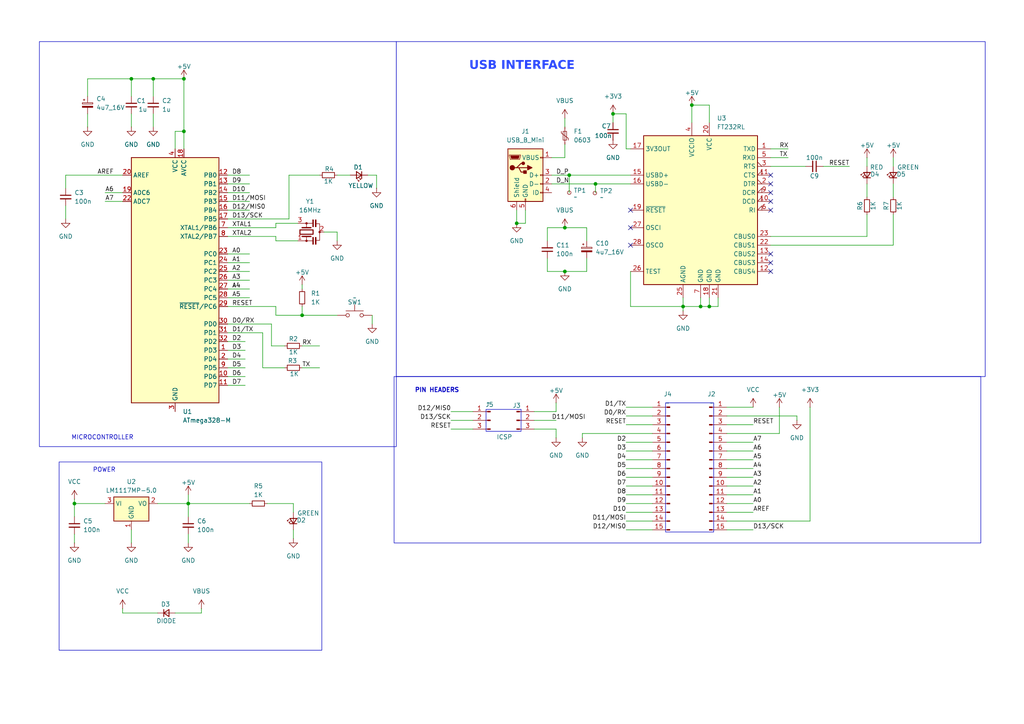
<source format=kicad_sch>
(kicad_sch (version 20231120) (generator "eeschema") (generator_version "8.0")
  (paper "A4")
  (title_block (title "Arduino Nano") (date "2025-02-09") (rev "1A") (company "amal"))
  (lib_symbols
    (symbol "Connector:Conn_01x03_Pin" (pin_names (offset 1.016) hide)
      (property "Reference" "J" (at 0 5.08 0))
      (property "Value" "Conn_01x03_Pin" (at 0 -5.08 0))
      (symbol "Conn_01x03_Pin_1_1"
        (polyline (pts (xy 1.27 -2.54) (xy 0.8636 -2.54)) (stroke (width 0.1524)))
        (polyline (pts (xy 1.27 0) (xy 0.8636 0)) (stroke (width 0.1524)))
        (polyline (pts (xy 1.27 2.54) (xy 0.8636 2.54)) (stroke (width 0.1524)))
        (rectangle (start 0.8636 -2.413) (end 0 -2.667) (stroke (width 0.1524)) (fill (type outline)))
        (rectangle (start 0.8636 0.127) (end 0 -0.127) (stroke (width 0.1524)) (fill (type outline)))
        (rectangle (start 0.8636 2.667) (end 0 2.413) (stroke (width 0.1524)) (fill (type outline)))
        (pin passive line (at 5.08 2.54 180) (length 3.81) (name "Pin_1") (number "1"))
        (pin passive line (at 5.08 0 180) (length 3.81) (name "Pin_2") (number "2"))
        (pin passive line (at 5.08 -2.54 180) (length 3.81) (name "Pin_3") (number "3"))
      )
    )
    (symbol "Connector:Conn_01x15_Pin" (pin_names (offset 1.016) hide)
      (property "Reference" "J" (at 0 20.32 0))
      (property "Value" "Conn_01x15_Pin" (at 0 -20.32 0))
      (symbol "Conn_01x15_Pin_1_1"
        (polyline (pts (xy 1.27 -17.78) (xy 0.8636 -17.78)) (stroke (width 0.1524)))
        (polyline (pts (xy 1.27 -15.24) (xy 0.8636 -15.24)) (stroke (width 0.1524)))
        (polyline (pts (xy 1.27 -12.7) (xy 0.8636 -12.7)) (stroke (width 0.1524)))
        (polyline (pts (xy 1.27 -10.16) (xy 0.8636 -10.16)) (stroke (width 0.1524)))
        (polyline (pts (xy 1.27 -7.62) (xy 0.8636 -7.62)) (stroke (width 0.1524)))
        (polyline (pts (xy 1.27 -5.08) (xy 0.8636 -5.08)) (stroke (width 0.1524)))
        (polyline (pts (xy 1.27 -2.54) (xy 0.8636 -2.54)) (stroke (width 0.1524)))
        (polyline (pts (xy 1.27 0) (xy 0.8636 0)) (stroke (width 0.1524)))
        (polyline (pts (xy 1.27 2.54) (xy 0.8636 2.54)) (stroke (width 0.1524)))
        (polyline (pts (xy 1.27 5.08) (xy 0.8636 5.08)) (stroke (width 0.1524)))
        (polyline (pts (xy 1.27 7.62) (xy 0.8636 7.62)) (stroke (width 0.1524)))
        (polyline (pts (xy 1.27 10.16) (xy 0.8636 10.16)) (stroke (width 0.1524)))
        (polyline (pts (xy 1.27 12.7) (xy 0.8636 12.7)) (stroke (width 0.1524)))
        (polyline (pts (xy 1.27 15.24) (xy 0.8636 15.24)) (stroke (width 0.1524)))
        (polyline (pts (xy 1.27 17.78) (xy 0.8636 17.78)) (stroke (width 0.1524)))
        (rectangle (start 0.8636 -17.653) (end 0 -17.907) (stroke (width 0.1524)) (fill (type outline)))
        (rectangle (start 0.8636 -15.113) (end 0 -15.367) (stroke (width 0.1524)) (fill (type outline)))
        (rectangle (start 0.8636 -12.573) (end 0 -12.827) (stroke (width 0.1524)) (fill (type outline)))
        (rectangle (start 0.8636 -10.033) (end 0 -10.287) (stroke (width 0.1524)) (fill (type outline)))
        (rectangle (start 0.8636 -7.493) (end 0 -7.747) (stroke (width 0.1524)) (fill (type outline)))
        (rectangle (start 0.8636 -4.953) (end 0 -5.207) (stroke (width 0.1524)) (fill (type outline)))
        (rectangle (start 0.8636 -2.413) (end 0 -2.667) (stroke (width 0.1524)) (fill (type outline)))
        (rectangle (start 0.8636 0.127) (end 0 -0.127) (stroke (width 0.1524)) (fill (type outline)))
        (rectangle (start 0.8636 2.667) (end 0 2.413) (stroke (width 0.1524)) (fill (type outline)))
        (rectangle (start 0.8636 5.207) (end 0 4.953) (stroke (width 0.1524)) (fill (type outline)))
        (rectangle (start 0.8636 7.747) (end 0 7.493) (stroke (width 0.1524)) (fill (type outline)))
        (rectangle (start 0.8636 10.287) (end 0 10.033) (stroke (width 0.1524)) (fill (type outline)))
        (rectangle (start 0.8636 12.827) (end 0 12.573) (stroke (width 0.1524)) (fill (type outline)))
        (rectangle (start 0.8636 15.367) (end 0 15.113) (stroke (width 0.1524)) (fill (type outline)))
        (rectangle (start 0.8636 17.907) (end 0 17.653) (stroke (width 0.1524)) (fill (type outline)))
        (pin passive line (at 5.08 17.78 180) (length 3.81) (name "Pin_1") (number "1"))
        (pin passive line (at 5.08 -5.08 180) (length 3.81) (name "Pin_10") (number "10"))
        (pin passive line (at 5.08 -7.62 180) (length 3.81) (name "Pin_11") (number "11"))
        (pin passive line (at 5.08 -10.16 180) (length 3.81) (name "Pin_12") (number "12"))
        (pin passive line (at 5.08 -12.7 180) (length 3.81) (name "Pin_13") (number "13"))
        (pin passive line (at 5.08 -15.24 180) (length 3.81) (name "Pin_14") (number "14"))
        (pin passive line (at 5.08 -17.78 180) (length 3.81) (name "Pin_15") (number "15"))
        (pin passive line (at 5.08 15.24 180) (length 3.81) (name "Pin_2") (number "2"))
        (pin passive line (at 5.08 12.7 180) (length 3.81) (name "Pin_3") (number "3"))
        (pin passive line (at 5.08 10.16 180) (length 3.81) (name "Pin_4") (number "4"))
        (pin passive line (at 5.08 7.62 180) (length 3.81) (name "Pin_5") (number "5"))
        (pin passive line (at 5.08 5.08 180) (length 3.81) (name "Pin_6") (number "6"))
        (pin passive line (at 5.08 2.54 180) (length 3.81) (name "Pin_7") (number "7"))
        (pin passive line (at 5.08 0 180) (length 3.81) (name "Pin_8") (number "8"))
        (pin passive line (at 5.08 -2.54 180) (length 3.81) (name "Pin_9") (number "9"))
      )
    )
    (symbol "Connector:TestPoint_Small" (pin_numbers hide) (pin_names (offset 0.762) hide)
      (property "Reference" "TP" (at 0 3.81 0))
      (property "Value" "TestPoint_Small" (at 0 2.032 0))
      (symbol "TestPoint_Small_0_1"
        (circle (center 0 0) (radius 0.508))
      )
      (symbol "TestPoint_Small_1_1"
        (pin passive line (at 0 0 90) (length 0) (name "1") (number "1"))
      )
    )
    (symbol "Connector:USB_B_Mini" (pin_names (offset 1.016))
      (property "Reference" "J" (at -5.08 11.43 0))
      (property "Value" "USB_B_Mini" (at -5.08 8.89 0))
      (symbol "USB_B_Mini_0_1"
        (rectangle (start -5.08 -7.62) (end 5.08 7.62) (stroke (width 0.254)) (fill (type background)))
        (circle (center -3.81 2.159) (radius 0.635) (stroke (width 0.254)) (fill (type outline)))
        (circle (center -0.635 3.429) (radius 0.381) (stroke (width 0.254)) (fill (type outline)))
        (rectangle (start -0.127 -7.62) (end 0.127 -6.858))
        (polyline (pts (xy -1.905 2.159) (xy 0.635 2.159)) (stroke (width 0.254)))
        (polyline (pts (xy -3.175 2.159) (xy -2.54 2.159) (xy -1.27 3.429) (xy -0.635 3.429)) (stroke (width 0.254)))
        (polyline (pts (xy -2.54 2.159) (xy -1.905 2.159) (xy -1.27 0.889) (xy 0 0.889)) (stroke (width 0.254)))
        (polyline (pts (xy 0.635 2.794) (xy 0.635 1.524) (xy 1.905 2.159) (xy 0.635 2.794)) (stroke (width 0.254)) (fill (type outline)))
        (polyline (pts (xy -4.318 5.588) (xy -1.778 5.588) (xy -2.032 4.826) (xy -4.064 4.826) (xy -4.318 5.588)) (fill (type outline)))
        (polyline (pts (xy -4.699 5.842) (xy -4.699 5.588) (xy -4.445 4.826) (xy -4.445 4.572) (xy -1.651 4.572) (xy -1.651 4.826) (xy -1.397 5.588) (xy -1.397 5.842) (xy -4.699 5.842)))
        (rectangle (start 0.254 1.27) (end -0.508 0.508) (stroke (width 0.254)) (fill (type outline)))
        (rectangle (start 5.08 -5.207) (end 4.318 -4.953))
        (rectangle (start 5.08 -2.667) (end 4.318 -2.413))
        (rectangle (start 5.08 -0.127) (end 4.318 0.127))
        (rectangle (start 5.08 4.953) (end 4.318 5.207))
      )
      (symbol "USB_B_Mini_1_1"
        (pin power_out line (at 7.62 5.08 180) (length 2.54) (name "VBUS") (number "1"))
        (pin bidirectional line (at 7.62 -2.54 180) (length 2.54) (name "D-") (number "2"))
        (pin bidirectional line (at 7.62 0 180) (length 2.54) (name "D+") (number "3"))
        (pin passive line (at 7.62 -5.08 180) (length 2.54) (name "ID") (number "4"))
        (pin power_out line (at 0 -10.16 90) (length 2.54) (name "GND") (number "5"))
        (pin passive line (at -2.54 -10.16 90) (length 2.54) (name "Shield") (number "6"))
      )
    )
    (symbol "Device:C_Polarized_Small" (pin_numbers hide) (pin_names (offset 0.254) hide)
      (property "Reference" "C" (at 0.254 1.778 0))
      (property "Value" "C_Polarized_Small" (at 0.254 -2.032 0))
      (symbol "C_Polarized_Small_0_1"
        (rectangle (start -1.524 -0.3048) (end 1.524 -0.6858) (fill (type outline)))
        (rectangle (start -1.524 0.6858) (end 1.524 0.3048))
        (polyline (pts (xy -1.27 1.524) (xy -0.762 1.524)))
        (polyline (pts (xy -1.016 1.27) (xy -1.016 1.778)))
      )
      (symbol "C_Polarized_Small_1_1"
        (pin passive line (at 0 2.54 270) (length 1.8542) (name "~") (number "1"))
        (pin passive line (at 0 -2.54 90) (length 1.8542) (name "~") (number "2"))
      )
    )
    (symbol "Device:C_Small" (pin_numbers hide) (pin_names (offset 0.254) hide)
      (property "Reference" "C" (at 0.254 1.778 0))
      (property "Value" "C_Small" (at 0.254 -2.032 0))
      (symbol "C_Small_0_1"
        (polyline (pts (xy -1.524 -0.508) (xy 1.524 -0.508)) (stroke (width 0.3302)))
        (polyline (pts (xy -1.524 0.508) (xy 1.524 0.508)) (stroke (width 0.3048)))
      )
      (symbol "C_Small_1_1"
        (pin passive line (at 0 2.54 270) (length 2.032) (name "~") (number "1"))
        (pin passive line (at 0 -2.54 90) (length 2.032) (name "~") (number "2"))
      )
    )
    (symbol "Device:D_Small" (pin_numbers hide) (pin_names (offset 0.254) hide)
      (property "Reference" "D" (at -1.27 2.032 0))
      (property "Value" "D_Small" (at -3.81 -2.032 0))
      (symbol "D_Small_0_1"
        (polyline (pts (xy -0.762 -1.016) (xy -0.762 1.016)) (stroke (width 0.254)))
        (polyline (pts (xy -0.762 0) (xy 0.762 0)))
        (polyline (pts (xy 0.762 -1.016) (xy -0.762 0) (xy 0.762 1.016) (xy 0.762 -1.016)) (stroke (width 0.254)))
      )
      (symbol "D_Small_1_1"
        (pin passive line (at -2.54 0 0) (length 1.778) (name "K") (number "1"))
        (pin passive line (at 2.54 0 180) (length 1.778) (name "A") (number "2"))
      )
    )
    (symbol "Device:LED_Small" (pin_numbers hide) (pin_names (offset 0.254) hide)
      (property "Reference" "D" (at -1.27 3.175 0))
      (property "Value" "LED_Small" (at -4.445 -2.54 0))
      (symbol "LED_Small_0_1"
        (polyline (pts (xy -0.762 -1.016) (xy -0.762 1.016)) (stroke (width 0.254)))
        (polyline (pts (xy 1.016 0) (xy -0.762 0)))
        (polyline (pts (xy 0.762 -1.016) (xy -0.762 0) (xy 0.762 1.016) (xy 0.762 -1.016)) (stroke (width 0.254)))
        (polyline (pts (xy 0 0.762) (xy -0.508 1.27) (xy -0.254 1.27) (xy -0.508 1.27) (xy -0.508 1.016)))
        (polyline (pts (xy 0.508 1.27) (xy 0 1.778) (xy 0.254 1.778) (xy 0 1.778) (xy 0 1.524)))
      )
      (symbol "LED_Small_1_1"
        (pin passive line (at -2.54 0 0) (length 1.778) (name "K") (number "1"))
        (pin passive line (at 2.54 0 180) (length 1.778) (name "A") (number "2"))
      )
    )
    (symbol "Device:Polyfuse_Small" (pin_numbers hide) (pin_names (offset 0))
      (property "Reference" "F" (at -1.905 0 90))
      (property "Value" "Polyfuse_Small" (at 1.905 0 90))
      (symbol "Polyfuse_Small_0_1"
        (rectangle (start -0.508 1.27) (end 0.508 -1.27))
        (polyline (pts (xy 0 2.54) (xy 0 -2.54)))
        (polyline (pts (xy -1.016 1.27) (xy -1.016 0.762) (xy 1.016 -0.762) (xy 1.016 -1.27)))
      )
      (symbol "Polyfuse_Small_1_1"
        (pin passive line (at 0 2.54 270) (length 0.635) (name "~") (number "1"))
        (pin passive line (at 0 -2.54 90) (length 0.635) (name "~") (number "2"))
      )
    )
    (symbol "Device:R_Small" (pin_numbers hide) (pin_names (offset 0.254) hide)
      (property "Reference" "R" (at 0.762 0.508 0))
      (property "Value" "R_Small" (at 0.762 -1.016 0))
      (symbol "R_Small_0_1"
        (rectangle (start -0.762 1.778) (end 0.762 -1.778) (stroke (width 0.2032)))
      )
      (symbol "R_Small_1_1"
        (pin passive line (at 0 2.54 270) (length 0.762) (name "~") (number "1"))
        (pin passive line (at 0 -2.54 90) (length 0.762) (name "~") (number "2"))
      )
    )
    (symbol "Device:Resonator_Small" (pin_names (offset 1.016) hide)
      (property "Reference" "Y" (at 3.175 1.905 0))
      (property "Value" "Resonator_Small" (at 3.175 0 0))
      (symbol "Resonator_Small_0_1"
        (rectangle (start -3.556 -2.54) (end -1.524 -2.794) (fill (type outline)))
        (rectangle (start -3.556 -1.778) (end -1.524 -2.032) (fill (type outline)))
        (circle (center -2.54 0) (radius 0.254) (fill (type outline)))
        (rectangle (start -0.635 1.905) (end 0.635 -1.905) (stroke (width 0.3048)))
        (circle (center 0 -3.81) (radius 0.254) (fill (type outline)))
        (polyline (pts (xy -2.54 -1.778) (xy -2.54 0)))
        (polyline (pts (xy -2.54 0) (xy -1.397 0)))
        (polyline (pts (xy -2.54 1.27) (xy -2.54 0)))
        (polyline (pts (xy -1.27 -1.27) (xy -1.27 1.27)) (stroke (width 0.381)))
        (polyline (pts (xy 1.27 -1.27) (xy 1.27 1.27)) (stroke (width 0.381)))
        (polyline (pts (xy 1.27 0) (xy 2.54 0)))
        (polyline (pts (xy 2.54 0) (xy 2.54 -1.778)))
        (polyline (pts (xy 2.54 1.27) (xy 2.54 0)))
        (polyline (pts (xy 2.413 -2.794) (xy 2.413 -3.81) (xy -2.413 -3.81) (xy -2.413 -2.667)))
        (rectangle (start 1.524 -2.54) (end 3.556 -2.794) (fill (type outline)))
        (rectangle (start 1.524 -1.778) (end 3.556 -2.032) (fill (type outline)))
        (circle (center 2.54 0) (radius 0.254) (fill (type outline)))
      )
      (symbol "Resonator_Small_1_1"
        (pin passive line (at -2.54 2.54 270) (length 1.27) (name "1") (number "1"))
        (pin passive line (at 0 -5.08 90) (length 1.27) (name "2") (number "2"))
        (pin passive line (at 2.54 2.54 270) (length 1.27) (name "3") (number "3"))
      )
    )
    (symbol "Interface_USB:FT232RL"
      (property "Reference" "U" (at -16.51 22.86 0))
      (property "Value" "FT232RL" (at 10.16 22.86 0))
      (symbol "FT232RL_0_1"
        (rectangle (start -16.51 21.59) (end 16.51 -21.59) (stroke (width 0.254)) (fill (type background)))
      )
      (symbol "FT232RL_1_1"
        (pin output line (at 20.32 17.78 180) (length 3.81) (name "TXD") (number "1"))
        (pin input input_low (at 20.32 2.54 180) (length 3.81) (name "DCD") (number "10"))
        (pin input input_low (at 20.32 10.16 180) (length 3.81) (name "CTS") (number "11"))
        (pin bidirectional line (at 20.32 -17.78 180) (length 3.81) (name "CBUS4") (number "12"))
        (pin bidirectional line (at 20.32 -12.7 180) (length 3.81) (name "CBUS2") (number "13"))
        (pin bidirectional line (at 20.32 -15.24 180) (length 3.81) (name "CBUS3") (number "14"))
        (pin bidirectional line (at -20.32 10.16 0) (length 3.81) (name "USBD+") (number "15"))
        (pin bidirectional line (at -20.32 7.62 0) (length 3.81) (name "USBD-") (number "16"))
        (pin power_out line (at -20.32 17.78 0) (length 3.81) (name "3V3OUT") (number "17"))
        (pin power_in line (at 2.54 -25.4 90) (length 3.81) (name "GND") (number "18"))
        (pin input line (at -20.32 0 0) (length 3.81) (name "~{RESET}") (number "19"))
        (pin output output_low (at 20.32 7.62 180) (length 3.81) (name "DTR") (number "2"))
        (pin power_in line (at 2.54 25.4 270) (length 3.81) (name "VCC") (number "20"))
        (pin power_in line (at 5.08 -25.4 90) (length 3.81) (name "GND") (number "21"))
        (pin bidirectional line (at 20.32 -10.16 180) (length 3.81) (name "CBUS1") (number "22"))
        (pin bidirectional line (at 20.32 -7.62 180) (length 3.81) (name "CBUS0") (number "23"))
        (pin power_in line (at -5.08 -25.4 90) (length 3.81) (name "AGND") (number "25"))
        (pin input line (at -20.32 -17.78 0) (length 3.81) (name "TEST") (number "26"))
        (pin input line (at -20.32 -5.08 0) (length 3.81) (name "OSCI") (number "27"))
        (pin output line (at -20.32 -10.16 0) (length 3.81) (name "OSCO") (number "28"))
        (pin output output_low (at 20.32 12.7 180) (length 3.81) (name "RTS") (number "3"))
        (pin power_in line (at -2.54 25.4 270) (length 3.81) (name "VCCIO") (number "4"))
        (pin input line (at 20.32 15.24 180) (length 3.81) (name "RXD") (number "5"))
        (pin input input_low (at 20.32 0 180) (length 3.81) (name "RI") (number "6"))
        (pin power_in line (at 0 -25.4 90) (length 3.81) (name "GND") (number "7"))
        (pin input input_low (at 20.32 5.08 180) (length 3.81) (name "DCR") (number "9"))
      )
    )
    (symbol "MCU_Microchip_ATmega:ATmega328-M"
      (property "Reference" "U" (at -12.7 36.83 0))
      (property "Value" "ATmega328-M" (at 2.54 -36.83 0))
      (symbol "ATmega328-M_0_1"
        (rectangle (start -12.7 -35.56) (end 12.7 35.56) (stroke (width 0.254)) (fill (type background)))
      )
      (symbol "ATmega328-M_1_1"
        (pin bidirectional line (at 15.24 -20.32 180) (length 2.54) (name "PD3") (number "1"))
        (pin bidirectional line (at 15.24 -27.94 180) (length 2.54) (name "PD6") (number "10"))
        (pin bidirectional line (at 15.24 -30.48 180) (length 2.54) (name "PD7") (number "11"))
        (pin bidirectional line (at 15.24 30.48 180) (length 2.54) (name "PB0") (number "12"))
        (pin bidirectional line (at 15.24 27.94 180) (length 2.54) (name "PB1") (number "13"))
        (pin bidirectional line (at 15.24 25.4 180) (length 2.54) (name "PB2") (number "14"))
        (pin bidirectional line (at 15.24 22.86 180) (length 2.54) (name "PB3") (number "15"))
        (pin bidirectional line (at 15.24 20.32 180) (length 2.54) (name "PB4") (number "16"))
        (pin bidirectional line (at 15.24 17.78 180) (length 2.54) (name "PB5") (number "17"))
        (pin power_in line (at 2.54 38.1 270) (length 2.54) (name "AVCC") (number "18"))
        (pin input line (at -15.24 25.4 0) (length 2.54) (name "ADC6") (number "19"))
        (pin bidirectional line (at 15.24 -22.86 180) (length 2.54) (name "PD4") (number "2"))
        (pin passive line (at -15.24 30.48 0) (length 2.54) (name "AREF") (number "20"))
        (pin passive line (at 0 -38.1 90) (length 2.54) hide (name "GND") (number "21"))
        (pin input line (at -15.24 22.86 0) (length 2.54) (name "ADC7") (number "22"))
        (pin bidirectional line (at 15.24 7.62 180) (length 2.54) (name "PC0") (number "23"))
        (pin bidirectional line (at 15.24 5.08 180) (length 2.54) (name "PC1") (number "24"))
        (pin bidirectional line (at 15.24 2.54 180) (length 2.54) (name "PC2") (number "25"))
        (pin bidirectional line (at 15.24 0 180) (length 2.54) (name "PC3") (number "26"))
        (pin bidirectional line (at 15.24 -2.54 180) (length 2.54) (name "PC4") (number "27"))
        (pin bidirectional line (at 15.24 -5.08 180) (length 2.54) (name "PC5") (number "28"))
        (pin bidirectional line (at 15.24 -7.62 180) (length 2.54) (name "~{RESET}/PC6") (number "29"))
        (pin power_in line (at 0 -38.1 90) (length 2.54) (name "GND") (number "3"))
        (pin bidirectional line (at 15.24 -12.7 180) (length 2.54) (name "PD0") (number "30"))
        (pin bidirectional line (at 15.24 -15.24 180) (length 2.54) (name "PD1") (number "31"))
        (pin bidirectional line (at 15.24 -17.78 180) (length 2.54) (name "PD2") (number "32"))
        (pin passive line (at 0 -38.1 90) (length 2.54) hide (name "GND") (number "33"))
        (pin power_in line (at 0 38.1 270) (length 2.54) (name "VCC") (number "4"))
        (pin passive line (at 0 -38.1 90) (length 2.54) hide (name "GND") (number "5"))
        (pin passive line (at 0 38.1 270) (length 2.54) hide (name "VCC") (number "6"))
        (pin bidirectional line (at 15.24 15.24 180) (length 2.54) (name "XTAL1/PB6") (number "7"))
        (pin bidirectional line (at 15.24 12.7 180) (length 2.54) (name "XTAL2/PB7") (number "8"))
        (pin bidirectional line (at 15.24 -25.4 180) (length 2.54) (name "PD5") (number "9"))
      )
    )
    (symbol "Regulator_Linear:LM1117MP-5.0"
      (property "Reference" "U" (at -3.81 3.175 0))
      (property "Value" "LM1117MP-5.0" (at 0 3.175 0))
      (symbol "LM1117MP-5.0_0_1"
        (rectangle (start -5.08 -5.08) (end 5.08 1.905) (stroke (width 0.254)) (fill (type background)))
      )
      (symbol "LM1117MP-5.0_1_1"
        (pin power_in line (at 0 -7.62 90) (length 2.54) (name "GND") (number "1"))
        (pin power_out line (at 7.62 0 180) (length 2.54) (name "VO") (number "2"))
        (pin power_in line (at -7.62 0 0) (length 2.54) (name "VI") (number "3"))
      )
    )
    (symbol "Switch:SW_Push" (pin_numbers hide) (pin_names (offset 1.016) hide)
      (property "Reference" "SW" (at 1.27 2.54 0))
      (property "Value" "SW_Push" (at 0 -1.524 0))
      (symbol "SW_Push_0_1"
        (circle (center -2.032 0) (radius 0.508))
        (polyline (pts (xy 0 1.27) (xy 0 3.048)))
        (polyline (pts (xy 2.54 1.27) (xy -2.54 1.27)))
        (circle (center 2.032 0) (radius 0.508))
        (pin passive line (at -5.08 0 0) (length 2.54) (name "1") (number "1"))
        (pin passive line (at 5.08 0 180) (length 2.54) (name "2") (number "2"))
      )
    )
    (symbol "power:+3V3" (power) (pin_numbers hide) (pin_names (offset 0) hide)
      (property "Value" "+3V3" (at 0 3.556 0))
      (symbol "+3V3_0_1"
        (polyline (pts (xy -0.762 1.27) (xy 0 2.54)))
        (polyline (pts (xy 0 0) (xy 0 2.54)))
        (polyline (pts (xy 0 2.54) (xy 0.762 1.27)))
      )
      (symbol "+3V3_1_1"
        (pin power_in line (at 0 0 90) (length 0) (name "~") (number "1"))
      )
    )
    (symbol "power:+5V" (power) (pin_numbers hide) (pin_names (offset 0) hide)
      (property "Value" "+5V" (at 0 3.556 0))
      (symbol "+5V_0_1"
        (polyline (pts (xy -0.762 1.27) (xy 0 2.54)))
        (polyline (pts (xy 0 0) (xy 0 2.54)))
        (polyline (pts (xy 0 2.54) (xy 0.762 1.27)))
      )
      (symbol "+5V_1_1"
        (pin power_in line (at 0 0 90) (length 0) (name "~") (number "1"))
      )
    )
    (symbol "power:GND" (power) (pin_numbers hide) (pin_names (offset 0) hide)
      (property "Value" "GND" (at 0 -3.81 0))
      (symbol "GND_0_1"
        (polyline (pts (xy 0 0) (xy 0 -1.27) (xy 1.27 -1.27) (xy 0 -2.54) (xy -1.27 -1.27) (xy 0 -1.27)))
      )
      (symbol "GND_1_1"
        (pin power_in line (at 0 0 270) (length 0) (name "~") (number "1"))
      )
    )
    (symbol "power:VBUS" (power) (pin_numbers hide) (pin_names (offset 0) hide)
      (property "Value" "VBUS" (at 0 3.556 0))
      (symbol "VBUS_0_1"
        (polyline (pts (xy -0.762 1.27) (xy 0 2.54)))
        (polyline (pts (xy 0 0) (xy 0 2.54)))
        (polyline (pts (xy 0 2.54) (xy 0.762 1.27)))
      )
      (symbol "VBUS_1_1"
        (pin power_in line (at 0 0 90) (length 0) (name "~") (number "1"))
      )
    )
    (symbol "power:VCC" (power) (pin_numbers hide) (pin_names (offset 0) hide)
      (property "Value" "VCC" (at 0 3.556 0))
      (symbol "VCC_0_1"
        (polyline (pts (xy -0.762 1.27) (xy 0 2.54)))
        (polyline (pts (xy 0 0) (xy 0 2.54)))
        (polyline (pts (xy 0 2.54) (xy 0.762 1.27)))
      )
      (symbol "VCC_1_1"
        (pin power_in line (at 0 0 90) (length 0) (name "~") (number "1"))
      )
    )
  )
  (junction (at 53.34 38.1))
  (junction (at 54.61 146.05))
  (junction (at 163.83 78.74))
  (junction (at 205.74 88.9))
  (junction (at 172.72 53.34))
  (junction (at 198.12 88.9))
  (junction (at 177.8 33.02))
  (junction (at 44.45 22.86))
  (junction (at 21.59 146.05))
  (junction (at 53.34 22.86))
  (junction (at 163.83 66.04))
  (junction (at 165.1 50.8))
  (junction (at 87.63 91.44))
  (junction (at 200.66 30.48))
  (junction (at 149.86 64.77))
  (junction (at 203.2 88.9))
  (junction (at 38.1 22.86))
  (no_connect (at 182.88 66.04))
  (no_connect (at 223.52 50.8))
  (no_connect (at 223.52 73.66))
  (no_connect (at 182.88 60.96))
  (no_connect (at 223.52 60.96))
  (no_connect (at 223.52 58.42))
  (no_connect (at 223.52 76.2))
  (no_connect (at 223.52 55.88))
  (no_connect (at 223.52 53.34))
  (no_connect (at 182.88 71.12))
  (no_connect (at 223.52 78.74))
  (wire (pts (xy 21.59 146.05) (xy 30.48 146.05)))
  (wire (pts (xy 54.61 154.94) (xy 54.61 157.48)))
  (wire (pts (xy 87.63 91.44) (xy 97.79 91.44)))
  (wire (pts (xy 77.47 146.05) (xy 85.09 146.05)))
  (wire (pts (xy 54.61 143.51) (xy 54.61 146.05)))
  (wire (pts (xy 21.59 146.05) (xy 21.59 149.86)))
  (wire (pts (xy 181.61 130.81) (xy 189.23 130.81)))
  (wire (pts (xy 53.34 38.1) (xy 53.34 22.86)))
  (wire (pts (xy 259.08 45.72) (xy 259.08 48.26)))
  (wire (pts (xy 177.8 33.02) (xy 177.8 35.56)))
  (wire (pts (xy 158.75 66.04) (xy 158.75 69.85)))
  (wire (pts (xy 182.88 78.74) (xy 182.88 88.9)))
  (wire (pts (xy 181.61 151.13) (xy 189.23 151.13)))
  (wire (pts (xy 66.04 78.74) (xy 72.39 78.74)))
  (wire (pts (xy 149.86 64.77) (xy 152.4 64.77)))
  (wire (pts (xy 19.05 54.61) (xy 19.05 50.8)))
  (wire (pts (xy 210.82 118.11) (xy 218.44 118.11)))
  (wire (pts (xy 85.09 153.67) (xy 85.09 156.21)))
  (wire (pts (xy 66.04 106.68) (xy 71.12 106.68)))
  (wire (pts (xy 210.82 138.43) (xy 218.44 138.43)))
  (wire (pts (xy 66.04 66.04) (xy 80.01 66.04)))
  (wire (pts (xy 181.61 143.51) (xy 189.23 143.51)))
  (wire (pts (xy 66.04 83.82) (xy 72.39 83.82)))
  (wire (pts (xy 210.82 151.13) (xy 234.95 151.13)))
  (wire (pts (xy 210.82 123.19) (xy 218.44 123.19)))
  (wire (pts (xy 210.82 135.89) (xy 218.44 135.89)))
  (wire (pts (xy 25.4 33.02) (xy 25.4 36.83)))
  (wire (pts (xy 25.4 22.86) (xy 25.4 27.94)))
  (wire (pts (xy 210.82 128.27) (xy 218.44 128.27)))
  (wire (pts (xy 66.04 93.98) (xy 78.74 93.98)))
  (wire (pts (xy 163.83 78.74) (xy 170.18 78.74)))
  (wire (pts (xy 80.01 69.85) (xy 86.36 69.85)))
  (wire (pts (xy 210.82 130.81) (xy 218.44 130.81)))
  (wire (pts (xy 19.05 59.69) (xy 19.05 63.5)))
  (wire (pts (xy 205.74 86.36) (xy 205.74 88.9)))
  (wire (pts (xy 231.14 120.65) (xy 231.14 121.92)))
  (wire (pts (xy 181.61 43.18) (xy 181.61 33.02)))
  (wire (pts (xy 78.74 93.98) (xy 78.74 100.33)))
  (wire (pts (xy 223.52 71.12) (xy 259.08 71.12)))
  (wire (pts (xy 50.8 43.18) (xy 50.8 38.1)))
  (wire (pts (xy 210.82 125.73) (xy 226.06 125.73)))
  (wire (pts (xy 251.46 53.34) (xy 251.46 57.15)))
  (wire (pts (xy 182.88 88.9) (xy 198.12 88.9)))
  (wire (pts (xy 87.63 82.55) (xy 87.63 83.82)))
  (wire (pts (xy 83.82 63.5) (xy 83.82 50.8)))
  (wire (pts (xy 44.45 33.02) (xy 44.45 36.83)))
  (wire (pts (xy 38.1 22.86) (xy 38.1 27.94)))
  (wire (pts (xy 97.79 67.31) (xy 97.79 69.85)))
  (wire (pts (xy 165.1 50.8) (xy 182.88 50.8)))
  (wire (pts (xy 66.04 111.76) (xy 71.12 111.76)))
  (wire (pts (xy 66.04 50.8) (xy 72.39 50.8)))
  (wire (pts (xy 181.61 135.89) (xy 189.23 135.89)))
  (wire (pts (xy 181.61 118.11) (xy 189.23 118.11)))
  (wire (pts (xy 181.61 133.35) (xy 189.23 133.35)))
  (wire (pts (xy 66.04 58.42) (xy 72.39 58.42)))
  (wire (pts (xy 66.04 99.06) (xy 71.12 99.06)))
  (wire (pts (xy 149.86 60.96) (xy 149.86 64.77)))
  (wire (pts (xy 210.82 153.67) (xy 218.44 153.67)))
  (wire (pts (xy 198.12 88.9) (xy 198.12 90.17)))
  (wire (pts (xy 66.04 104.14) (xy 71.12 104.14)))
  (wire (pts (xy 66.04 88.9) (xy 80.01 88.9)))
  (wire (pts (xy 66.04 55.88) (xy 72.39 55.88)))
  (wire (pts (xy 76.2 106.68) (xy 82.55 106.68)))
  (wire (pts (xy 87.63 106.68) (xy 92.71 106.68)))
  (wire (pts (xy 181.61 153.67) (xy 189.23 153.67)))
  (wire (pts (xy 210.82 146.05) (xy 218.44 146.05)))
  (wire (pts (xy 160.02 45.72) (xy 163.83 45.72)))
  (wire (pts (xy 208.28 86.36) (xy 208.28 88.9)))
  (wire (pts (xy 160.02 50.8) (xy 165.1 50.8)))
  (wire (pts (xy 45.72 146.05) (xy 54.61 146.05)))
  (wire (pts (xy 210.82 143.51) (xy 218.44 143.51)))
  (wire (pts (xy 80.01 88.9) (xy 80.01 91.44)))
  (wire (pts (xy 181.61 146.05) (xy 189.23 146.05)))
  (wire (pts (xy 152.4 64.77) (xy 152.4 60.96)))
  (wire (pts (xy 259.08 53.34) (xy 259.08 57.15)))
  (wire (pts (xy 21.59 154.94) (xy 21.59 157.48)))
  (wire (pts (xy 66.04 76.2) (xy 72.39 76.2)))
  (wire (pts (xy 35.56 177.8) (xy 45.72 177.8)))
  (wire (pts (xy 181.61 120.65) (xy 189.23 120.65)))
  (wire (pts (xy 165.1 50.8) (xy 165.1 55.88)))
  (wire (pts (xy 170.18 66.04) (xy 163.83 66.04)))
  (wire (pts (xy 246.38 48.26) (xy 238.76 48.26)))
  (wire (pts (xy 163.83 34.29) (xy 163.83 36.83)))
  (wire (pts (xy 21.59 144.78) (xy 21.59 146.05)))
  (wire (pts (xy 251.46 62.23) (xy 251.46 68.58)))
  (wire (pts (xy 53.34 43.18) (xy 53.34 38.1)))
  (wire (pts (xy 87.63 88.9) (xy 87.63 91.44)))
  (wire (pts (xy 80.01 68.58) (xy 80.01 69.85)))
  (wire (pts (xy 38.1 22.86) (xy 25.4 22.86)))
  (wire (pts (xy 130.81 119.38) (xy 137.16 119.38)))
  (wire (pts (xy 170.18 78.74) (xy 170.18 74.93)))
  (wire (pts (xy 66.04 63.5) (xy 83.82 63.5)))
  (wire (pts (xy 182.88 43.18) (xy 181.61 43.18)))
  (wire (pts (xy 203.2 86.36) (xy 203.2 88.9)))
  (wire (pts (xy 19.05 50.8) (xy 35.56 50.8)))
  (wire (pts (xy 181.61 128.27) (xy 189.23 128.27)))
  (wire (pts (xy 78.74 100.33) (xy 82.55 100.33)))
  (wire (pts (xy 130.81 121.92) (xy 137.16 121.92)))
  (wire (pts (xy 85.09 146.05) (xy 85.09 148.59)))
  (wire (pts (xy 87.63 100.33) (xy 92.71 100.33)))
  (wire (pts (xy 181.61 123.19) (xy 189.23 123.19)))
  (wire (pts (xy 170.18 69.85) (xy 170.18 66.04)))
  (wire (pts (xy 35.56 176.53) (xy 35.56 177.8)))
  (wire (pts (xy 251.46 45.72) (xy 251.46 48.26)))
  (wire (pts (xy 208.28 88.9) (xy 205.74 88.9)))
  (wire (pts (xy 160.02 53.34) (xy 172.72 53.34)))
  (wire (pts (xy 168.91 125.73) (xy 168.91 127)))
  (wire (pts (xy 259.08 62.23) (xy 259.08 71.12)))
  (wire (pts (xy 30.48 55.88) (xy 35.56 55.88)))
  (wire (pts (xy 161.29 119.38) (xy 161.29 116.84)))
  (wire (pts (xy 181.61 33.02) (xy 177.8 33.02)))
  (wire (pts (xy 66.04 73.66) (xy 72.39 73.66)))
  (wire (pts (xy 154.94 124.46) (xy 161.29 124.46)))
  (wire (pts (xy 66.04 86.36) (xy 72.39 86.36)))
  (wire (pts (xy 66.04 101.6) (xy 71.12 101.6)))
  (wire (pts (xy 163.83 66.04) (xy 158.75 66.04)))
  (wire (pts (xy 181.61 148.59) (xy 189.23 148.59)))
  (wire (pts (xy 66.04 109.22) (xy 71.12 109.22)))
  (wire (pts (xy 66.04 68.58) (xy 80.01 68.58)))
  (wire (pts (xy 172.72 53.34) (xy 182.88 53.34)))
  (wire (pts (xy 76.2 96.52) (xy 76.2 106.68)))
  (wire (pts (xy 72.39 146.05) (xy 54.61 146.05)))
  (wire (pts (xy 158.75 78.74) (xy 163.83 78.74)))
  (wire (pts (xy 210.82 120.65) (xy 231.14 120.65)))
  (wire (pts (xy 106.68 50.8) (xy 109.22 50.8)))
  (wire (pts (xy 80.01 66.04) (xy 80.01 64.77)))
  (wire (pts (xy 200.66 35.56) (xy 200.66 30.48)))
  (wire (pts (xy 38.1 153.67) (xy 38.1 157.48)))
  (wire (pts (xy 172.72 53.34) (xy 172.72 55.88)))
  (wire (pts (xy 223.52 43.18) (xy 228.6 43.18)))
  (wire (pts (xy 80.01 91.44) (xy 87.63 91.44)))
  (wire (pts (xy 154.94 121.92) (xy 161.29 121.92)))
  (wire (pts (xy 130.81 124.46) (xy 137.16 124.46)))
  (wire (pts (xy 44.45 22.86) (xy 44.45 27.94)))
  (wire (pts (xy 205.74 30.48) (xy 205.74 35.56)))
  (wire (pts (xy 50.8 177.8) (xy 58.42 177.8)))
  (wire (pts (xy 223.52 68.58) (xy 251.46 68.58)))
  (wire (pts (xy 44.45 22.86) (xy 38.1 22.86)))
  (wire (pts (xy 58.42 177.8) (xy 58.42 176.53)))
  (wire (pts (xy 30.48 58.42) (xy 35.56 58.42)))
  (wire (pts (xy 200.66 30.48) (xy 205.74 30.48)))
  (wire (pts (xy 80.01 64.77) (xy 86.36 64.77)))
  (wire (pts (xy 181.61 140.97) (xy 189.23 140.97)))
  (wire (pts (xy 107.95 91.44) (xy 107.95 93.98)))
  (wire (pts (xy 223.52 48.26) (xy 233.68 48.26)))
  (wire (pts (xy 66.04 60.96) (xy 72.39 60.96)))
  (wire (pts (xy 38.1 33.02) (xy 38.1 36.83)))
  (wire (pts (xy 205.74 88.9) (xy 203.2 88.9)))
  (wire (pts (xy 168.91 125.73) (xy 189.23 125.73)))
  (wire (pts (xy 181.61 138.43) (xy 189.23 138.43)))
  (wire (pts (xy 54.61 146.05) (xy 54.61 149.86)))
  (wire (pts (xy 50.8 38.1) (xy 53.34 38.1)))
  (wire (pts (xy 234.95 118.11) (xy 234.95 151.13)))
  (wire (pts (xy 97.79 50.8) (xy 101.6 50.8)))
  (wire (pts (xy 158.75 74.93) (xy 158.75 78.74)))
  (wire (pts (xy 93.98 67.31) (xy 97.79 67.31)))
  (wire (pts (xy 210.82 148.59) (xy 218.44 148.59)))
  (wire (pts (xy 161.29 124.46) (xy 161.29 127)))
  (wire (pts (xy 226.06 125.73) (xy 226.06 118.11)))
  (wire (pts (xy 210.82 140.97) (xy 218.44 140.97)))
  (wire (pts (xy 66.04 81.28) (xy 72.39 81.28)))
  (wire (pts (xy 223.52 45.72) (xy 228.6 45.72)))
  (wire (pts (xy 210.82 133.35) (xy 218.44 133.35)))
  (wire (pts (xy 154.94 119.38) (xy 161.29 119.38)))
  (wire (pts (xy 163.83 45.72) (xy 163.83 41.91)))
  (wire (pts (xy 66.04 53.34) (xy 72.39 53.34)))
  (wire (pts (xy 203.2 88.9) (xy 198.12 88.9)))
  (wire (pts (xy 66.04 96.52) (xy 76.2 96.52)))
  (wire (pts (xy 53.34 22.86) (xy 44.45 22.86)))
  (wire (pts (xy 198.12 86.36) (xy 198.12 88.9)))
  (wire (pts (xy 83.82 50.8) (xy 92.71 50.8)))
  (wire (pts (xy 109.22 50.8) (xy 109.22 54.61)))
  (rectangle (start 17.145 133.985) (end 93.345 188.595))
  (rectangle (start 140.97 118.745) (end 151.13 125.095))
  (rectangle (start 193.04 116.84) (end 207.01 154.305))
  (rectangle (start 114.935 12.065) (end 285.75 109.22))
  (rectangle (start 11.43 12.065) (end 114.935 129.54))
  (rectangle (start 114.3 109.22) (end 284.48 157.48))
  (text "POWER\n" (at 30.226 136.398 0) (effects (font (size 1.27 1.27))))
  (text "PIN HEADERS\n" (at 126.746 113.284 0) (effects (font (size 1.27 1.27) (thickness 0.254) (bold yes))))
  (text "MICROCONTROLLER\n" (at 29.718 127 0) (effects (font (size 1.27 1.27))))
  (text "USB INTERFACE" (at 151.384 19.812 0) (effects (font (size 2.5 2.5) (bold yes))))
  (label "D0{slash}RX" (at 67.31 93.98 0))
  (label "D2" (at 67.31 99.06 0))
  (label "D11{slash}MOSI" (at 67.31 58.42 0))
  (label "A2" (at 218.44 140.97 0))
  (label "D_P" (at 161.29 50.8 0))
  (label "A4" (at 67.31 83.82 0))
  (label "A4" (at 67.31 83.82 0))
  (label "D2" (at 181.61 128.27 180))
  (label "D8" (at 67.31 50.8 0))
  (label "XTAL2" (at 67.31 68.58 0))
  (label "A1" (at 218.44 143.51 0))
  (label "D9" (at 181.61 146.05 180))
  (label "D11{slash}MOSI" (at 160.02 121.92 0))
  (label "D10" (at 67.31 55.88 0))
  (label "D_N" (at 161.29 53.34 0))
  (label "A0" (at 218.44 146.05 0))
  (label "D12{slash}MIS0" (at 181.61 153.67 180))
  (label "A5" (at 218.44 133.35 0))
  (label "D6" (at 67.31 109.22 0))
  (label "D13{slash}SCK" (at 218.44 153.67 0))
  (label "D9" (at 67.31 53.34 0))
  (label "D8" (at 181.61 143.51 180))
  (label "A0" (at 67.31 73.66 0))
  (label "D1{slash}TX" (at 181.61 118.11 180))
  (label "RX" (at 226.06 43.18 0))
  (label "A5" (at 67.31 86.36 0))
  (label "D5" (at 181.61 135.89 180))
  (label "D7" (at 67.31 111.76 0))
  (label "RESET" (at 218.44 123.19 0))
  (label "A2" (at 67.31 78.74 0))
  (label "D3" (at 67.31 101.6 0))
  (label "A1" (at 67.31 76.2 0))
  (label "D4" (at 181.61 133.35 180))
  (label "D1{slash}TX" (at 67.31 96.52 0))
  (label "TX" (at 226.06 45.72 0))
  (label "A4" (at 218.44 135.89 0))
  (label "D5" (at 67.31 106.68 0))
  (label "D13{slash}SCK" (at 130.81 121.92 180))
  (label "AREF" (at 33.02 50.8 180))
  (label "D12{slash}MIS0" (at 67.31 60.96 0))
  (label "D10" (at 181.61 148.59 180))
  (label "RESET" (at 67.31 88.9 0))
  (label "A3" (at 218.44 138.43 0))
  (label "A7" (at 218.44 128.27 0))
  (label "A3" (at 67.31 81.28 0))
  (label "TX" (at 87.63 106.68 0))
  (label "D7" (at 181.61 140.97 180))
  (label "D0{slash}RX" (at 181.61 120.65 180))
  (label "D4" (at 67.31 104.14 0))
  (label "D11{slash}MOSI" (at 181.61 151.13 180))
  (label "XTAL1" (at 67.31 66.04 0))
  (label "D12{slash}MIS0" (at 130.81 119.38 180))
  (label "A6" (at 218.44 130.81 0))
  (label "D6" (at 181.61 138.43 180))
  (label "RESET" (at 246.38 48.26 180))
  (label "RX" (at 87.63 100.33 0))
  (label "AREF" (at 218.44 148.59 0))
  (label "A7" (at 33.02 58.42 180))
  (label "D3" (at 181.61 130.81 180))
  (label "D13{slash}SCK" (at 67.31 63.5 0))
  (label "RESET" (at 181.61 123.19 180))
  (label "A6" (at 33.02 55.88 180))
  (label "RESET" (at 130.81 124.46 180))
  (symbol (lib_id "power:+5V") (at 259.08 45.72 0) (unit 1)
    (property "Reference" "#PWR025" (effects (hide yes)))
    (property "Value" "+5V" (at 259.08 42.164 0))
    (property "Description" "Power symbol creates a global label with name \"+5V\"" (effects (hide yes)))
  )
  (symbol (lib_id "power:GND") (at 38.1 36.83 0) (unit 1)
    (property "Reference" "#PWR01" (effects (hide yes)))
    (property "Value" "GND" (at 38.1 41.91 0))
    (property "Description" "Power symbol creates a global label with name \"GND\" , ground" (effects (hide yes)))
  )
  (symbol (lib_id "MCU_Microchip_ATmega:ATmega328-M") (at 50.8 81.28 0) (unit 1)
    (property "Reference" "U1" (at 52.9941 119.38 0) (effects (justify left)))
    (property "Value" "ATmega328-M" (at 52.9941 121.92 0) (effects (justify left)))
    (property "Footprint" "Package_DFN_QFN:HVQFN-24-1EP_4x4mm_P0.5mm_EP2.1x2.1mm" (effects (hide yes)))
    (property "Datasheet" "http://ww1.microchip.com/downloads/en/DeviceDoc/ATmega328_P%20AVR%20MCU%20with%20picoPower%20Technology%20Data%20Sheet%2040001984A.pdf" (effects (hide yes)))
    (property "Description" "20MHz, 32kB Flash, 2kB SRAM, 1kB EEPROM, QFN-32" (effects (hide yes)))
  )
  (symbol (lib_id "power:+5V") (at 226.06 118.11 0) (unit 1)
    (property "Reference" "#PWR033" (effects (hide yes)))
    (property "Value" "+5V" (at 226.06 114.554 0))
    (property "Description" "Power symbol creates a global label with name \"+5V\"" (effects (hide yes)))
  )
  (symbol (lib_id "power:GND") (at 21.59 157.48 0) (unit 1)
    (property "Reference" "#PWR012" (effects (hide yes)))
    (property "Value" "GND" (at 21.59 162.56 0))
    (property "Description" "Power symbol creates a global label with name \"GND\" , ground" (effects (hide yes)))
  )
  (symbol (lib_id "Device:C_Small") (at 44.45 30.48 0) (unit 1)
    (property "Reference" "C2" (at 46.99 29.2162 0) (effects (justify left)))
    (property "Value" "1u" (at 46.99 31.7562 0) (effects (justify left)))
    (property "Footprint" "Capacitor_SMD:C_0603_1608Metric" (effects (hide yes)))
    (property "Description" "Unpolarized capacitor, small symbol" (effects (hide yes)))
  )
  (symbol (lib_id "power:+5V") (at 87.63 82.55 0) (unit 1)
    (property "Reference" "#PWR07" (effects (hide yes)))
    (property "Value" "+5V" (at 87.63 78.994 0))
    (property "Description" "Power symbol creates a global label with name \"+5V\"" (effects (hide yes)))
  )
  (symbol (lib_id "Device:R_Small") (at 95.25 50.8 90) (unit 1)
    (property "Reference" "R4" (at 95.504 49.022 90))
    (property "Value" "1K" (at 95.25 52.578 90))
    (property "Footprint" "Diode_SMD:D_0603_1608Metric" (effects (hide yes)))
    (property "Description" "Resistor, small symbol" (effects (hide yes)))
  )
  (symbol (lib_id "power:+3V3") (at 177.8 33.02 0) (unit 1)
    (property "Reference" "#PWR022" (effects (hide yes)))
    (property "Value" "+3V3" (at 177.8 27.94 0))
    (property "Description" "Power symbol creates a global label with name \"+3V3\"" (effects (hide yes)))
  )
  (symbol (lib_id "Switch:SW_Push") (at 102.87 91.44 0) (unit 1)
    (property "Reference" "SW1" (at 102.87 87.63 0))
    (property "Value" "~" (at 102.87 86.36 0))
    (property "Footprint" "Button_Switch_SMD:Panasonic_EVQPUK_EVQPUB" (effects (hide yes)))
    (property "Description" "Push button switch, generic, two pins" (effects (hide yes)))
  )
  (symbol (lib_id "Device:C_Small") (at 54.61 152.4 0) (unit 1)
    (property "Reference" "C6" (at 57.15 151.1362 0) (effects (justify left)))
    (property "Value" "100n" (at 57.15 153.6762 0) (effects (justify left)))
    (property "Footprint" "Capacitor_SMD:C_0603_1608Metric" (effects (hide yes)))
    (property "Description" "Unpolarized capacitor, small symbol" (effects (hide yes)))
  )
  (symbol (lib_id "Device:C_Small") (at 19.05 57.15 0) (unit 1)
    (property "Reference" "C3" (at 21.59 55.8862 0) (effects (justify left)))
    (property "Value" "100n" (at 21.59 58.4262 0) (effects (justify left)))
    (property "Footprint" "Capacitor_SMD:C_0603_1608Metric" (effects (hide yes)))
    (property "Description" "Unpolarized capacitor, small symbol" (effects (hide yes)))
  )
  (symbol (lib_id "Device:LED_Small") (at 85.09 151.13 90) (unit 1)
    (property "Reference" "D2" (at 87.376 150.876 90))
    (property "Value" "GREEN" (at 89.408 148.844 90))
    (property "Footprint" "LED_SMD:LED_0805_2012Metric" (effects (hide yes)))
    (property "Description" "Light emitting diode, small symbol" (effects (hide yes)))
  )
  (symbol (lib_id "Connector:Conn_01x03_Pin") (at 149.86 121.92 0) (unit 1)
    (property "Reference" "J3" (at 149.86 117.602 0))
    (property "Value" "ICSP" (at 146.304 126.746 0))
    (property "Footprint" "Connector_PinHeader_2.54mm:PinHeader_1x03_P2.54mm_Vertical" (effects (hide yes)))
    (property "Description" "Generic connector, single row, 01x03, script generated" (effects (hide yes)))
  )
  (symbol (lib_id "power:VBUS") (at 58.42 176.53 0) (unit 1)
    (property "Reference" "#PWR017" (effects (hide yes)))
    (property "Value" "VBUS" (at 58.42 171.45 0))
    (property "Description" "Power symbol creates a global label with name \"VBUS\"" (effects (hide yes)))
  )
  (symbol (lib_id "power:VCC") (at 218.44 118.11 0) (unit 1)
    (property "Reference" "#PWR031" (effects (hide yes)))
    (property "Value" "VCC" (at 218.44 113.03 0))
    (property "Description" "Power symbol creates a global label with name \"VCC\"" (effects (hide yes)))
  )
  (symbol (lib_id "Device:C_Polarized_Small") (at 170.18 72.39 0) (unit 1)
    (property "Reference" "C10" (at 172.72 70.5738 0) (effects (justify left)))
    (property "Value" "4u7_16V" (at 172.72 73.1138 0) (effects (justify left)))
    (property "Footprint" "Capacitor_Tantalum_SMD:CP_EIA-3216-10_Kemet-I" (effects (hide yes)))
    (property "Description" "Polarized capacitor, small symbol" (effects (hide yes)))
  )
  (symbol (lib_id "power:VBUS") (at 163.83 34.29 0) (unit 1)
    (property "Reference" "#PWR018" (effects (hide yes)))
    (property "Value" "VBUS" (at 163.83 29.21 0))
    (property "Description" "Power symbol creates a global label with name \"VBUS\"" (effects (hide yes)))
  )
  (symbol (lib_id "power:GND") (at 38.1 157.48 0) (unit 1)
    (property "Reference" "#PWR013" (effects (hide yes)))
    (property "Value" "GND" (at 38.1 162.56 0))
    (property "Description" "Power symbol creates a global label with name \"GND\" , ground" (effects (hide yes)))
  )
  (symbol (lib_id "power:GND") (at 109.22 54.61 0) (unit 1)
    (property "Reference" "#PWR09" (effects (hide yes)))
    (property "Value" "GND" (at 109.22 59.69 0))
    (property "Description" "Power symbol creates a global label with name \"GND\" , ground" (effects (hide yes)))
  )
  (symbol (lib_id "Device:R_Small") (at 251.46 59.69 0) (mirror y) (unit 1)
    (property "Reference" "R6" (at 249.428 59.69 90))
    (property "Value" "1K" (at 253.238 59.69 90))
    (property "Footprint" "Diode_SMD:D_0603_1608Metric" (effects (hide yes)))
    (property "Description" "Resistor, small symbol" (effects (hide yes)))
  )
  (symbol (lib_id "power:GND") (at 19.05 63.5 0) (unit 1)
    (property "Reference" "#PWR05" (effects (hide yes)))
    (property "Value" "GND" (at 19.05 68.58 0))
    (property "Description" "Power symbol creates a global label with name \"GND\" , ground" (effects (hide yes)))
  )
  (symbol (lib_id "Device:LED_Small") (at 104.14 50.8 180) (unit 1)
    (property "Reference" "D1" (at 103.886 48.514 0))
    (property "Value" "YELLOW" (at 104.648 53.848 0))
    (property "Footprint" "LED_SMD:LED_0805_2012Metric" (effects (hide yes)))
    (property "Description" "Light emitting diode, small symbol" (effects (hide yes)))
  )
  (symbol (lib_id "power:+5V") (at 53.34 22.86 0) (unit 1)
    (property "Reference" "#PWR04" (effects (hide yes)))
    (property "Value" "+5V" (at 53.34 19.304 0))
    (property "Description" "Power symbol creates a global label with name \"+5V\"" (effects (hide yes)))
  )
  (symbol (lib_id "power:GND") (at 168.91 127 0) (unit 1)
    (property "Reference" "#PWR030" (effects (hide yes)))
    (property "Value" "GND" (at 168.91 132.08 0))
    (property "Description" "Power symbol creates a global label with name \"GND\" , ground" (effects (hide yes)))
  )
  (symbol (lib_id "Connector:TestPoint_Small") (at 165.1 55.88 0) (unit 1)
    (property "Reference" "TP1" (at 166.37 55.2449 0) (effects (justify left)))
    (property "Value" "~" (at 166.37 57.15 0) (effects (justify left)))
    (property "Footprint" "TestPoint:TestPoint_Pad_D1.0mm" (effects (hide yes)))
    (property "Description" "test point" (effects (hide yes)))
  )
  (symbol (lib_id "power:GND") (at 231.14 121.92 0) (unit 1)
    (property "Reference" "#PWR032" (effects (hide yes)))
    (property "Value" "GND" (at 231.14 127 0))
    (property "Description" "Power symbol creates a global label with name \"GND\" , ground" (effects (hide yes)))
  )
  (symbol (lib_id "Device:D_Small") (at 48.26 177.8 0) (unit 1)
    (property "Reference" "D3" (at 48.006 175.26 0))
    (property "Value" "DIODE" (at 48.26 180.086 0))
    (property "Footprint" "Diode_SMD:D_MicroSMP_AK" (effects (hide yes)))
    (property "Description" "Diode, small symbol" (effects (hide yes)))
    (property "Sim.Device" "D" (effects (hide yes)))
    (property "Sim.Pins" "1=K 2=A" (effects (hide yes)))
  )
  (symbol (lib_id "power:GND") (at 161.29 127 0) (unit 1)
    (property "Reference" "#PWR028" (effects (hide yes)))
    (property "Value" "GND" (at 161.29 132.08 0))
    (property "Description" "Power symbol creates a global label with name \"GND\" , ground" (effects (hide yes)))
  )
  (symbol (lib_id "Connector:TestPoint_Small") (at 172.5385 55.9988 0) (unit 1)
    (property "Reference" "TP2" (at 173.99 55.3637 0) (effects (justify left)))
    (property "Value" "~" (at 173.99 57.2688 0) (effects (justify left)))
    (property "Footprint" "TestPoint:TestPoint_Pad_D1.0mm" (effects (hide yes)))
    (property "Description" "test point" (effects (hide yes)))
  )
  (symbol (lib_id "power:GND") (at 97.79 69.85 0) (unit 1)
    (property "Reference" "#PWR06" (effects (hide yes)))
    (property "Value" "GND" (at 97.79 74.93 0))
    (property "Description" "Power symbol creates a global label with name \"GND\" , ground" (effects (hide yes)))
  )
  (symbol (lib_id "power:VCC") (at 35.56 176.53 0) (unit 1)
    (property "Reference" "#PWR016" (effects (hide yes)))
    (property "Value" "VCC" (at 35.56 171.45 0))
    (property "Description" "Power symbol creates a global label with name \"VCC\"" (effects (hide yes)))
  )
  (symbol (lib_id "Connector:Conn_01x15_Pin") (at 205.74 135.89 0) (unit 1)
    (property "Reference" "J2" (at 206.375 114.3 0))
    (property "Value" "~" (at 206.375 116.84 0))
    (property "Footprint" "Connector_PinHeader_2.54mm:PinHeader_1x15_P2.54mm_Vertical" (effects (hide yes)))
    (property "Description" "Generic connector, single row, 01x15, script generated" (effects (hide yes)))
  )
  (symbol (lib_id "power:GND") (at 198.12 90.17 0) (unit 1)
    (property "Reference" "#PWR020" (effects (hide yes)))
    (property "Value" "GND" (at 198.12 95.25 0))
    (property "Description" "Power symbol creates a global label with name \"GND\" , ground" (effects (hide yes)))
  )
  (symbol (lib_id "power:+3V3") (at 234.95 118.11 0) (unit 1)
    (property "Reference" "#PWR034" (effects (hide yes)))
    (property "Value" "+3V3" (at 234.95 113.03 0))
    (property "Description" "Power symbol creates a global label with name \"+3V3\"" (effects (hide yes)))
  )
  (symbol (lib_id "power:VCC") (at 21.59 144.78 0) (unit 1)
    (property "Reference" "#PWR011" (effects (hide yes)))
    (property "Value" "VCC" (at 21.59 139.7 0))
    (property "Description" "Power symbol creates a global label with name \"VCC\"" (effects (hide yes)))
  )
  (symbol (lib_id "power:GND") (at 85.09 156.21 0) (unit 1)
    (property "Reference" "#PWR015" (effects (hide yes)))
    (property "Value" "GND" (at 85.09 161.29 0))
    (property "Description" "Power symbol creates a global label with name \"GND\" , ground" (effects (hide yes)))
  )
  (symbol (lib_id "Connector:USB_B_Mini") (at 152.4 50.8 0) (unit 1)
    (property "Reference" "J1" (at 152.4 38.1 0))
    (property "Value" "USB_B_Mini" (at 152.4 40.64 0))
    (property "Footprint" "Connector_USB:USB_Mini-B_Lumberg_2486_01_Horizontal" (effects (hide yes)))
    (property "Description" "USB Mini Type B connector" (effects (hide yes)))
  )
  (symbol (lib_id "Connector:Conn_01x15_Pin") (at 194.31 135.89 0) (mirror y) (unit 1)
    (property "Reference" "J4" (at 193.675 114.3 0))
    (property "Value" "~" (at 193.675 116.84 0))
    (property "Footprint" "Connector_PinHeader_2.54mm:PinHeader_1x15_P2.54mm_Vertical" (effects (hide yes)))
    (property "Description" "Generic connector, single row, 01x15, script generated" (effects (hide yes)))
  )
  (symbol (lib_id "power:+5V") (at 251.46 45.72 0) (unit 1)
    (property "Reference" "#PWR024" (effects (hide yes)))
    (property "Value" "+5V" (at 251.46 42.164 0))
    (property "Description" "Power symbol creates a global label with name \"+5V\"" (effects (hide yes)))
  )
  (symbol (lib_id "Interface_USB:FT232RL") (at 203.2 60.96 0) (unit 1)
    (property "Reference" "U3" (at 207.9341 34.29 0) (effects (justify left)))
    (property "Value" "FT232RL" (at 207.9341 36.83 0) (effects (justify left)))
    (property "Footprint" "Package_SO:SSOP-28_5.3x10.2mm_P0.65mm" (effects (hide yes)))
    (property "Datasheet" "https://www.ftdichip.com/Support/Documents/DataSheets/ICs/DS_FT232R.pdf" (effects (hide yes)))
    (property "Description" "USB to Serial Interface, SSOP-28" (effects (hide yes)))
  )
  (symbol (lib_id "Device:C_Small") (at 38.1 30.48 0) (unit 1)
    (property "Reference" "C1" (at 39.624 29.21 0) (effects (justify left)))
    (property "Value" "1u" (at 40.132 31.75 0) (effects (justify left)))
    (property "Footprint" "Capacitor_SMD:C_0603_1608Metric" (effects (hide yes)))
    (property "Description" "Unpolarized capacitor, small symbol" (effects (hide yes)))
  )
  (symbol (lib_id "Device:R_Small") (at 74.93 146.05 90) (unit 1)
    (property "Reference" "R5" (at 74.93 140.97 90))
    (property "Value" "1K" (at 74.93 143.51 90))
    (property "Footprint" "Diode_SMD:D_0603_1608Metric" (effects (hide yes)))
    (property "Description" "Resistor, small symbol" (effects (hide yes)))
  )
  (symbol (lib_id "Device:R_Small") (at 85.09 106.68 90) (unit 1)
    (property "Reference" "R3" (at 84.836 104.648 90))
    (property "Value" "1K" (at 85.344 108.458 90))
    (property "Footprint" "Diode_SMD:D_0603_1608Metric" (effects (hide yes)))
    (property "Description" "Resistor, small symbol" (effects (hide yes)))
  )
  (symbol (lib_id "power:GND") (at 54.61 157.48 0) (unit 1)
    (property "Reference" "#PWR014" (effects (hide yes)))
    (property "Value" "GND" (at 54.61 162.56 0))
    (property "Description" "Power symbol creates a global label with name \"GND\" , ground" (effects (hide yes)))
  )
  (symbol (lib_id "Device:C_Small") (at 21.59 152.4 0) (unit 1)
    (property "Reference" "C5" (at 24.13 151.1362 0) (effects (justify left)))
    (property "Value" "100n" (at 24.13 153.6762 0) (effects (justify left)))
    (property "Footprint" "Capacitor_SMD:C_0603_1608Metric" (effects (hide yes)))
    (property "Description" "Unpolarized capacitor, small symbol" (effects (hide yes)))
  )
  (symbol (lib_id "Device:R_Small") (at 85.09 100.33 90) (unit 1)
    (property "Reference" "R2" (at 85.09 98.298 90))
    (property "Value" "1K" (at 85.09 102.108 90))
    (property "Footprint" "Diode_SMD:D_0603_1608Metric" (effects (hide yes)))
    (property "Description" "Resistor, small symbol" (effects (hide yes)))
  )
  (symbol (lib_id "power:GND") (at 107.95 93.98 0) (unit 1)
    (property "Reference" "#PWR08" (effects (hide yes)))
    (property "Value" "GND" (at 107.95 99.06 0))
    (property "Description" "Power symbol creates a global label with name \"GND\" , ground" (effects (hide yes)))
  )
  (symbol (lib_id "Device:C_Small") (at 177.8 38.1 0) (unit 1)
    (property "Reference" "C7" (at 174.498 36.576 0) (effects (justify left)))
    (property "Value" "100n" (at 172.466 39.37 0) (effects (justify left)))
    (property "Footprint" "Capacitor_SMD:C_0603_1608Metric" (effects (hide yes)))
    (property "Description" "Unpolarized capacitor, small symbol" (effects (hide yes)))
  )
  (symbol (lib_id "power:+5V") (at 200.66 30.48 0) (unit 1)
    (property "Reference" "#PWR023" (effects (hide yes)))
    (property "Value" "+5V" (at 200.66 26.924 0))
    (property "Description" "Power symbol creates a global label with name \"+5V\"" (effects (hide yes)))
  )
  (symbol (lib_id "power:VBUS") (at 163.83 66.04 0) (unit 1)
    (property "Reference" "#PWR027" (effects (hide yes)))
    (property "Value" "VBUS" (at 163.83 60.96 0))
    (property "Description" "Power symbol creates a global label with name \"VBUS\"" (effects (hide yes)))
  )
  (symbol (lib_id "Device:R_Small") (at 259.08 59.69 0) (mirror y) (unit 1)
    (property "Reference" "R7" (at 257.048 59.69 90))
    (property "Value" "1K" (at 260.858 59.69 90))
    (property "Footprint" "Diode_SMD:D_0603_1608Metric" (effects (hide yes)))
    (property "Description" "Resistor, small symbol" (effects (hide yes)))
  )
  (symbol (lib_id "Connector:Conn_01x03_Pin") (at 142.24 121.92 0) (mirror y) (unit 1)
    (property "Reference" "J5" (at 141.986 117.348 0))
    (property "Value" "~" (at 141.605 116.84 0))
    (property "Footprint" "Connector_PinHeader_2.54mm:PinHeader_1x03_P2.54mm_Vertical" (effects (hide yes)))
    (property "Description" "Generic connector, single row, 01x03, script generated" (effects (hide yes)))
  )
  (symbol (lib_id "Device:LED_Small") (at 259.08 50.8 90) (unit 1)
    (property "Reference" "D5" (at 261.366 50.546 90))
    (property "Value" "GREEN" (at 263.398 48.514 90))
    (property "Footprint" "LED_SMD:LED_0805_2012Metric" (effects (hide yes)))
    (property "Description" "Light emitting diode, small symbol" (effects (hide yes)))
  )
  (symbol (lib_id "Device:C_Polarized_Small") (at 25.4 30.48 0) (unit 1)
    (property "Reference" "C4" (at 27.94 28.6638 0) (effects (justify left)))
    (property "Value" "4u7_16V" (at 27.94 31.2038 0) (effects (justify left)))
    (property "Footprint" "Capacitor_Tantalum_SMD:CP_EIA-3216-10_Kemet-I" (effects (hide yes)))
    (property "Description" "Polarized capacitor, small symbol" (effects (hide yes)))
  )
  (symbol (lib_id "power:GND") (at 149.86 64.77 0) (unit 1)
    (property "Reference" "#PWR019" (effects (hide yes)))
    (property "Value" "GND" (at 149.86 69.85 0))
    (property "Description" "Power symbol creates a global label with name \"GND\" , ground" (effects (hide yes)))
  )
  (symbol (lib_id "Device:Resonator_Small") (at 88.9 67.31 90) (unit 1)
    (property "Reference" "Y1" (at 89.9033 58.42 90))
    (property "Value" "16MHz" (at 89.9033 60.96 90))
    (property "Footprint" "Crystal:Resonator_SMD_Murata_CSTxExxV-3Pin_3.0x1.1mm" (effects (hide yes)))
    (property "Description" "Three pin ceramic resonator, small symbol" (effects (hide yes)))
  )
  (symbol (lib_id "Device:R_Small") (at 87.63 86.36 0) (unit 1)
    (property "Reference" "R1" (at 90.17 85.0899 0) (effects (justify left)))
    (property "Value" "1K" (at 90.17 87.6299 0) (effects (justify left)))
    (property "Footprint" "Diode_SMD:D_0603_1608Metric" (effects (hide yes)))
    (property "Description" "Resistor, small symbol" (effects (hide yes)))
  )
  (symbol (lib_id "Device:Polyfuse_Small") (at 163.83 39.37 0) (unit 1)
    (property "Reference" "F1" (at 166.37 38.0999 0) (effects (justify left)))
    (property "Value" "0603" (at 166.37 40.6399 0) (effects (justify left)))
    (property "Footprint" "Diode_SMD:D_0603_1608Metric" (effects (hide yes)))
    (property "Description" "Resettable fuse, polymeric positive temperature coefficient, small symbol" (effects (hide yes)))
  )
  (symbol (lib_id "Device:LED_Small") (at 251.46 50.8 90) (unit 1)
    (property "Reference" "D4" (at 253.746 50.546 90))
    (property "Value" "RED" (at 254.254 48.514 90))
    (property "Footprint" "LED_SMD:LED_0805_2012Metric" (effects (hide yes)))
    (property "Description" "Light emitting diode, small symbol" (effects (hide yes)))
  )
  (symbol (lib_id "power:+5V") (at 161.29 116.84 0) (unit 1)
    (property "Reference" "#PWR029" (effects (hide yes)))
    (property "Value" "+5V" (at 161.29 113.284 0))
    (property "Description" "Power symbol creates a global label with name \"+5V\"" (effects (hide yes)))
  )
  (symbol (lib_id "power:GND") (at 25.4 36.83 0) (unit 1)
    (property "Reference" "#PWR02" (effects (hide yes)))
    (property "Value" "GND" (at 25.4 41.91 0))
    (property "Description" "Power symbol creates a global label with name \"GND\" , ground" (effects (hide yes)))
  )
  (symbol (lib_id "power:+5V") (at 54.61 143.51 0) (unit 1)
    (property "Reference" "#PWR010" (effects (hide yes)))
    (property "Value" "+5V" (at 54.61 139.954 0))
    (property "Description" "Power symbol creates a global label with name \"+5V\"" (effects (hide yes)))
  )
  (symbol (lib_id "Device:C_Small") (at 158.75 72.39 180) (unit 1)
    (property "Reference" "C11" (at 161.29 71.1135 0) (effects (justify right)))
    (property "Value" "100n" (at 161.29 73.6535 0) (effects (justify right)))
    (property "Footprint" "Capacitor_SMD:C_0603_1608Metric" (effects (hide yes)))
    (property "Description" "Unpolarized capacitor, small symbol" (effects (hide yes)))
  )
  (symbol (lib_id "power:GND") (at 177.8 40.64 0) (unit 1)
    (property "Reference" "#PWR021" (effects (hide yes)))
    (property "Value" "GND" (at 177.8 45.72 0))
    (property "Description" "Power symbol creates a global label with name \"GND\" , ground" (effects (hide yes)))
  )
  (symbol (lib_id "power:GND") (at 44.45 36.83 0) (unit 1)
    (property "Reference" "#PWR03" (effects (hide yes)))
    (property "Value" "GND" (at 44.45 41.91 0))
    (property "Description" "Power symbol creates a global label with name \"GND\" , ground" (effects (hide yes)))
  )
  (symbol (lib_id "Regulator_Linear:LM1117MP-5.0") (at 38.1 146.05 0) (unit 1)
    (property "Reference" "U2" (at 38.1 139.7 0))
    (property "Value" "LM1117MP-5.0" (at 38.1 142.24 0))
    (property "Footprint" "Package_TO_SOT_SMD:SOT-223-3_TabPin2" (effects (hide yes)))
    (property "Datasheet" "http://www.ti.com/lit/ds/symlink/lm1117.pdf" (effects (hide yes)))
    (property "Description" "800mA Low-Dropout Linear Regulator, 5.0V fixed output, SOT-223" (effects (hide yes)))
  )
  (symbol (lib_id "Device:C_Small") (at 236.22 48.26 270) (unit 1)
    (property "Reference" "C9" (at 236.22 51.054 90))
    (property "Value" "100n" (at 236.22 45.72 90))
    (property "Footprint" "Capacitor_SMD:C_0603_1608Metric" (effects (hide yes)))
    (property "Description" "Unpolarized capacitor, small symbol" (effects (hide yes)))
  )
  (symbol (lib_id "power:GND") (at 163.83 78.74 0) (unit 1)
    (property "Reference" "#PWR026" (effects (hide yes)))
    (property "Value" "GND" (at 163.83 83.82 0))
    (property "Description" "Power symbol creates a global label with name \"GND\" , ground" (effects (hide yes)))
  )
)
</source>
